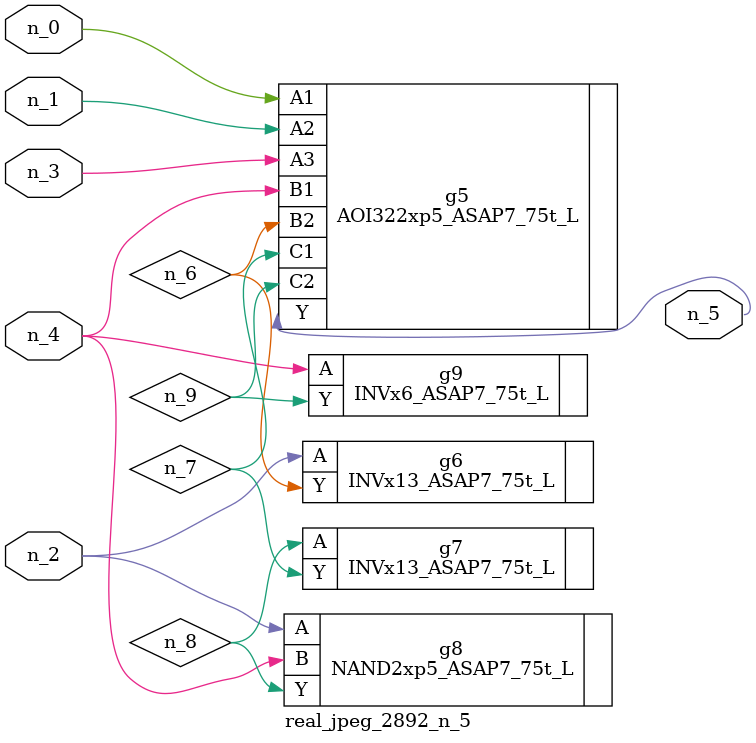
<source format=v>
module real_jpeg_2892_n_5 (n_4, n_0, n_1, n_2, n_3, n_5);

input n_4;
input n_0;
input n_1;
input n_2;
input n_3;

output n_5;

wire n_8;
wire n_6;
wire n_7;
wire n_9;

AOI322xp5_ASAP7_75t_L g5 ( 
.A1(n_0),
.A2(n_1),
.A3(n_3),
.B1(n_4),
.B2(n_6),
.C1(n_7),
.C2(n_9),
.Y(n_5)
);

INVx13_ASAP7_75t_L g6 ( 
.A(n_2),
.Y(n_6)
);

NAND2xp5_ASAP7_75t_L g8 ( 
.A(n_2),
.B(n_4),
.Y(n_8)
);

INVx6_ASAP7_75t_L g9 ( 
.A(n_4),
.Y(n_9)
);

INVx13_ASAP7_75t_L g7 ( 
.A(n_8),
.Y(n_7)
);


endmodule
</source>
